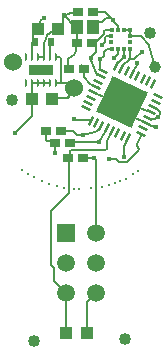
<source format=gtl>
G04*
G04 #@! TF.GenerationSoftware,Altium Limited,Altium Designer,21.7.2 (23)*
G04*
G04 Layer_Physical_Order=1*
G04 Layer_Color=255*
%FSLAX25Y25*%
%MOIN*%
G70*
G04*
G04 #@! TF.SameCoordinates,2A64222C-FEAE-4017-A15E-55E8C78AA572*
G04*
G04*
G04 #@! TF.FilePolarity,Positive*
G04*
G01*
G75*
%ADD17R,0.01181X0.01378*%
%ADD18R,0.01378X0.01181*%
G04:AMPARAMS|DCode=19|XSize=9.84mil|YSize=35.43mil|CornerRadius=0mil|HoleSize=0mil|Usage=FLASHONLY|Rotation=245.000|XOffset=0mil|YOffset=0mil|HoleType=Round|Shape=Round|*
%AMOVALD19*
21,1,0.02559,0.00984,0.00000,0.00000,335.0*
1,1,0.00984,-0.01160,0.00541*
1,1,0.00984,0.01160,-0.00541*
%
%ADD19OVALD19*%

G04:AMPARAMS|DCode=20|XSize=9.84mil|YSize=35.43mil|CornerRadius=0mil|HoleSize=0mil|Usage=FLASHONLY|Rotation=155.000|XOffset=0mil|YOffset=0mil|HoleType=Round|Shape=Round|*
%AMOVALD20*
21,1,0.02559,0.00984,0.00000,0.00000,245.0*
1,1,0.00984,0.00541,0.01160*
1,1,0.00984,-0.00541,-0.01160*
%
%ADD20OVALD20*%

%ADD22R,0.03543X0.02756*%
G04:AMPARAMS|DCode=24|XSize=9.84mil|YSize=25.59mil|CornerRadius=2.46mil|HoleSize=0mil|Usage=FLASHONLY|Rotation=0.000|XOffset=0mil|YOffset=0mil|HoleType=Round|Shape=RoundedRectangle|*
%AMROUNDEDRECTD24*
21,1,0.00984,0.02067,0,0,0.0*
21,1,0.00492,0.02559,0,0,0.0*
1,1,0.00492,0.00246,-0.01034*
1,1,0.00492,-0.00246,-0.01034*
1,1,0.00492,-0.00246,0.01034*
1,1,0.00492,0.00246,0.01034*
%
%ADD24ROUNDEDRECTD24*%
%ADD25R,0.04331X0.03937*%
%ADD26R,0.02362X0.03150*%
%ADD27R,0.04000X0.05000*%
%ADD44C,0.00787*%
%ADD45C,0.00600*%
%ADD46C,0.00600*%
%ADD47P,0.18374X4X200.0*%
%ADD48R,0.07874X0.03543*%
%ADD49C,0.04000*%
%ADD50C,0.03937*%
%ADD51C,0.06000*%
%ADD52C,0.05906*%
%ADD53R,0.05906X0.05906*%
%ADD54C,0.01575*%
D17*
X12241Y13415D02*
D03*
X14209D02*
D03*
X10272D02*
D03*
X16178D02*
D03*
X10272Y19714D02*
D03*
X12241D02*
D03*
X14209D02*
D03*
X16178D02*
D03*
D18*
X10075Y15580D02*
D03*
Y17549D02*
D03*
X16375D02*
D03*
Y15580D02*
D03*
D19*
X19795Y-14984D02*
D03*
X20627Y-13200D02*
D03*
X21459Y-11416D02*
D03*
X22290Y-9632D02*
D03*
X23122Y-7848D02*
D03*
X23954Y-6064D02*
D03*
X24786Y-4280D02*
D03*
X25618Y-2496D02*
D03*
X7421Y5990D02*
D03*
X6589Y4206D02*
D03*
X5757Y2422D02*
D03*
X4925Y638D02*
D03*
X4093Y-1146D02*
D03*
X3261Y-2930D02*
D03*
X2429Y-4714D02*
D03*
X1597Y-6498D02*
D03*
D20*
X24095Y1690D02*
D03*
X22311Y2522D02*
D03*
X20527Y3354D02*
D03*
X18743Y4186D02*
D03*
X16958Y5018D02*
D03*
X15174Y5850D02*
D03*
X13390Y6682D02*
D03*
X11606Y7514D02*
D03*
X3121Y-10684D02*
D03*
X4905Y-11516D02*
D03*
X6689Y-12348D02*
D03*
X8473Y-13180D02*
D03*
X10257Y-14012D02*
D03*
X12041Y-14844D02*
D03*
X13825Y-15676D02*
D03*
X15609Y-16507D02*
D03*
D22*
X-11814Y-13945D02*
D03*
X-6696D02*
D03*
X-8798Y-18124D02*
D03*
X-3680D02*
D03*
X-1416Y15201D02*
D03*
X3702D02*
D03*
X890Y6731D02*
D03*
X-4228D02*
D03*
X-1042Y25504D02*
D03*
X4076D02*
D03*
X-4496Y-22971D02*
D03*
X622D02*
D03*
D24*
X-8394Y2065D02*
D03*
X-10362D02*
D03*
X-12331D02*
D03*
X-14299D02*
D03*
X-16268D02*
D03*
X-18236D02*
D03*
Y10530D02*
D03*
X-16268D02*
D03*
X-14299D02*
D03*
X-12331D02*
D03*
X-10362D02*
D03*
X-8394D02*
D03*
D25*
X-14408Y19975D02*
D03*
X-7715D02*
D03*
X-16341Y-3327D02*
D03*
X-9648D02*
D03*
X1783Y-81237D02*
D03*
X-4910D02*
D03*
D26*
X-15535Y15498D02*
D03*
X-10023D02*
D03*
D27*
X4024Y20560D02*
D03*
X-1276D02*
D03*
D44*
X14825Y-29941D02*
D03*
X12920Y-30758D02*
D03*
X-19841Y-27082D02*
D03*
X18931Y-27488D02*
D03*
X17369Y-28502D02*
D03*
X11164Y-31424D02*
D03*
X9289Y-32029D02*
D03*
X6880Y-32681D02*
D03*
X3391Y-33168D02*
D03*
X-630Y-33373D02*
D03*
X-2476Y-33311D02*
D03*
X-5614Y-32925D02*
D03*
X-7955Y-32446D02*
D03*
X-10589Y-31674D02*
D03*
X-13062Y-30717D02*
D03*
X-15798Y-29516D02*
D03*
X-17877Y-28269D02*
D03*
D45*
X12241Y20941D02*
G03*
X12067Y21363I-600J0D01*
G01*
X22978Y-12165D02*
G03*
X23165Y-12234I298J521D01*
G01*
X22611Y14382D02*
G03*
X22480Y14615I-576J-169D01*
G01*
X17497Y10012D02*
G03*
X17897Y10164I-1J600D01*
G01*
X18554Y8191D02*
G03*
X18492Y8096I470J-374D01*
G01*
X18554Y8191D02*
G03*
X18679Y8640I-470J374D01*
G01*
X-1626Y12726D02*
G03*
X-1567Y12986I-541J260D01*
G01*
X-2544Y11141D02*
G03*
X-2250Y11428I-247J547D01*
G01*
X-4174Y10407D02*
G03*
X-4528Y9860I247J-547D01*
G01*
X-3315Y25364D02*
G03*
X-3517Y25329I0J-600D01*
G01*
X16076Y10285D02*
G03*
X16194Y10728I-477J364D01*
G01*
X16065Y10271D02*
G03*
X15954Y10019I478J-362D01*
G01*
X15789Y9706D02*
G03*
X15954Y10019I-425J424D01*
G01*
X4577Y-14391D02*
G03*
X4714Y-14333I-162J578D01*
G01*
X14475Y-18738D02*
G03*
X14400Y-19023I525J-291D01*
G01*
X18612Y-18383D02*
G03*
X18640Y-18943I544J-254D01*
G01*
X-10137Y18829D02*
G03*
X-10530Y18682I0J-600D01*
G01*
X-11369Y17954D02*
G03*
X-11539Y17709I393J-453D01*
G01*
X-12203Y15887D02*
G03*
X-12239Y15682I564J-206D01*
G01*
X10480Y22951D02*
X10761Y22669D01*
X12067Y21363D01*
X12241Y19714D02*
Y20941D01*
X-13572Y20811D02*
Y22492D01*
X-14408Y19975D02*
X-13572Y20811D01*
Y22492D02*
X-12489Y23575D01*
Y23575D01*
X22618Y-11957D02*
X22978Y-12165D01*
X23165Y-12234D02*
X24962Y-12573D01*
X22478Y14618D02*
X22480Y14615D01*
X22611Y14382D02*
X24671Y7347D01*
X19803Y17549D02*
X22478Y14618D01*
X16064Y10018D02*
X16074Y10018D01*
X17497Y10012D01*
X15954Y10019D02*
X16064Y10018D01*
X17897Y10164D02*
X20353Y12361D01*
X18670Y8714D02*
X18679Y8640D01*
X17499Y6177D02*
X18490Y8093D01*
X18492Y8096D01*
X3069Y10422D02*
X4799Y12152D01*
X2861Y10214D02*
X3277D01*
X2861D02*
X5429Y4747D01*
X-2604Y21270D02*
X-1062D01*
X-1388Y16279D02*
Y18360D01*
X-1276Y20560D01*
X-1416Y15201D02*
X-1388Y16279D01*
X-2250Y11428D02*
X-1626Y12726D01*
X-4174Y10407D02*
X-2544Y11141D01*
X-1567Y14123D02*
X-1416Y15201D01*
X-1567Y12986D02*
Y14123D01*
X-4528Y7809D02*
Y9860D01*
Y7809D02*
X-4228Y6731D01*
X5210Y15866D02*
X7513Y18168D01*
X1046Y3907D02*
Y5653D01*
X890Y6731D02*
X1046Y5653D01*
X-8394Y2065D02*
X-6890D01*
X-7242Y10530D02*
X-6890Y10178D01*
X-8394Y10530D02*
X-7242D01*
X-6890Y2065D02*
Y10178D01*
Y2065D02*
X-3450D01*
X6911Y22265D02*
X8204Y23557D01*
X5310Y21564D02*
X6010Y22265D01*
X6911D01*
X-3517Y25329D02*
X-3517Y25329D01*
X-6139Y24443D02*
X-3421Y25414D01*
X-3315Y25364D02*
X-3315Y25364D01*
X-2513D01*
X-1042Y25504D01*
X-5149Y23815D02*
X-2604Y21270D01*
X4799Y12152D02*
Y15507D01*
X7513Y18168D02*
Y19250D01*
X8645Y-17468D02*
X10257Y-14012D01*
X7932Y-20456D02*
X8568Y-19983D01*
X8645Y-17468D01*
X16958Y5018D02*
X17499Y6177D01*
X16076Y10285D02*
Y10285D01*
X16065Y10271D02*
X16076Y10285D01*
X15954Y10019D02*
Y10019D01*
X13931Y7841D02*
X15789Y9706D01*
X16194Y10728D02*
Y13026D01*
X16178Y13415D02*
X16194Y13026D01*
X13390Y6682D02*
X13931Y7841D01*
X11606Y7514D02*
X12147Y8673D01*
X14306Y10648D01*
X14258Y10697D02*
Y13366D01*
Y10697D02*
X14306Y10648D01*
X14209Y13415D02*
X14258Y13366D01*
X11028Y10284D02*
X12241Y11497D01*
Y13415D01*
X6261Y6531D02*
X7421Y5990D01*
X6240Y7954D02*
X6261Y6531D01*
X5429Y4747D02*
X6589Y4206D01*
X2935Y1745D02*
X3765Y1179D01*
X4925Y638D01*
X487Y-15521D02*
X4577Y-14391D01*
X4714Y-14333D02*
X6148Y-13508D01*
X6689Y-12348D01*
X7932Y-14339D02*
X8473Y-13180D01*
X6033Y-17872D02*
X7932Y-14339D01*
X14345Y-22668D02*
X14400Y-19023D01*
X14344Y-22711D02*
X14345Y-22668D01*
X14475Y-18738D02*
X15068Y-17667D01*
X15609Y-16507D01*
X21459Y-11416D02*
X22618Y-11957D01*
X25792Y-9050D02*
Y-8997D01*
X26087Y-7256D02*
X26392Y-7561D01*
Y-8398D02*
Y-7561D01*
X25114Y-6604D02*
X26087Y-7256D01*
X25792Y-8997D02*
X26392Y-8398D01*
X24744Y-10099D02*
X25792Y-9050D01*
X22758Y-10099D02*
X24744D01*
X22290Y-9632D02*
X22758Y-10099D01*
X18858Y-20803D02*
X19383Y-20211D01*
X18640Y-18943D02*
X19383Y-20211D01*
X18612Y-18383D02*
X20125Y-15138D01*
X19795Y-14984D02*
X20125Y-15138D01*
X19639Y-6224D02*
X21963Y-7307D01*
X13608Y-4497D02*
X19639Y-6224D01*
X21963Y-7307D02*
X23122Y-7848D01*
X13608Y-4497D02*
X17975Y-9792D01*
X20299Y-10875D02*
X21459Y-11416D01*
X17975Y-9792D02*
X20299Y-10875D01*
X23954Y-6064D02*
X25114Y-6604D01*
X-3751Y-22971D02*
Y-20807D01*
X-3680Y-18124D02*
X-3428Y-17872D01*
X6033D01*
X-1885Y-10548D02*
X3108D01*
X4093Y-1146D02*
X5253Y-1687D01*
X7576Y-2770D01*
X13608Y-4497D01*
X1117Y7216D02*
X2110D01*
X39Y7835D02*
X308Y7681D01*
X1117Y7216D01*
X1046Y3907D02*
X2935Y1745D01*
X-3637Y-2071D02*
X-1476Y90D01*
X7461Y12335D02*
X8495Y13369D01*
X6240Y7954D02*
Y9869D01*
X7461Y11089D01*
Y12335D01*
X-1575Y190D02*
X-1376D01*
X-3731Y224D02*
X-2544D01*
X-1476Y90D02*
X-1386Y0D01*
X-1575Y190D02*
X-1476Y90D01*
X-3450Y2065D02*
X-1575Y190D01*
X-1476Y90D02*
X-1376Y190D01*
X-4480Y-2914D02*
X-3637Y-2071D01*
X-4694Y-3104D02*
X-3649Y-2059D01*
X16213Y17839D02*
X16375Y17549D01*
X16213Y17839D02*
Y19325D01*
X16178Y19714D02*
X16213Y19325D01*
X14209Y19714D02*
X16178D01*
X8204Y23557D02*
X10089D01*
X4173Y25747D02*
X7899D01*
X10089Y23557D01*
X10588Y23058D01*
X-7715Y19975D02*
X-6139Y21552D01*
Y24443D01*
X-10137Y18829D02*
X-9581D01*
X-11369Y17954D02*
X-10530Y18682D01*
X-11539Y17706D02*
X-11539Y17709D01*
X-12203Y15887D02*
X-11539Y17706D01*
X-12239Y15682D02*
Y15682D01*
Y11509D02*
Y15682D01*
X-9581Y18829D02*
X-7715Y19975D01*
X-12331Y10530D02*
X-12239Y11509D01*
X-16341Y-9027D02*
Y-3327D01*
X-22023Y-14710D02*
X-16341Y-9027D01*
X-5511Y23815D02*
X-5149D01*
X-6139Y24443D02*
X-5511Y23815D01*
X-4496Y-22971D02*
X-3997Y-23470D01*
Y-34847D02*
Y-23470D01*
X-10015Y-40865D02*
X-3997Y-34847D01*
X-10015Y-58591D02*
Y-40865D01*
X-3399Y-20456D02*
X7932D01*
X5452Y572D02*
X5453Y571D01*
X6204Y143D01*
X15263Y-24399D02*
X18858Y-20803D01*
X622Y-22971D02*
X698Y-22894D01*
X4264D01*
X9172Y-23252D02*
X11510D01*
X12657Y-24399D01*
X6780Y14629D02*
X7885Y15735D01*
X6780Y14453D02*
Y14629D01*
X7885Y15735D02*
Y17045D01*
X-14299Y10530D02*
X-12331D01*
X-14299D02*
X-14107Y10722D01*
X-16071Y15473D02*
Y19913D01*
X-15827Y20156D01*
X-10559Y15473D02*
X-10362Y15276D01*
Y10530D02*
Y15276D01*
X-16268D02*
X-16071Y15473D01*
X-16268Y10530D02*
Y15276D01*
X-12331Y2065D02*
X-10362D01*
X-14299D02*
X-12331D01*
X-16268D02*
X-14299D01*
X-16268Y-3254D02*
Y2065D01*
X-16341Y-3327D02*
X-16268Y-3254D01*
X-9425Y-3104D02*
X-4694D01*
X-9648Y-3327D02*
X-9425Y-3104D01*
X-11463Y-17518D02*
X-9404D01*
X-11814Y-17166D02*
X-11463Y-17518D01*
X-9404D02*
X-8798Y-18124D01*
X-11814Y-17166D02*
Y-13945D01*
X-6696D02*
X-6508Y-14133D01*
X-2875D01*
X-1487Y-15521D01*
X487D01*
X-2290Y-10143D02*
X-1885Y-10548D01*
X12657Y-24399D02*
X15263D01*
X-8839Y-18164D02*
X-8798Y-18124D01*
X-8839Y-21425D02*
Y-18164D01*
X4264Y-23158D02*
X4778Y-23672D01*
Y-47935D02*
Y-23672D01*
X4264Y-23158D02*
Y-22894D01*
X-3751Y-20807D02*
X-3399Y-20456D01*
X-10015Y-58591D02*
X-9029Y-59576D01*
Y-64128D02*
X-5222Y-67935D01*
X-9029Y-64128D02*
Y-59576D01*
X1783Y-81237D02*
Y-70930D01*
X4778Y-67935D01*
X-5222Y-80925D02*
X-4910Y-81237D01*
X-5222Y-80925D02*
Y-67935D01*
X8495Y13369D02*
X10226D01*
X8388Y17549D02*
X10075D01*
X7885Y17045D02*
X8388Y17549D01*
X7513Y19250D02*
X7978Y19714D01*
X10226Y13369D02*
X10272Y13415D01*
X16375Y17549D02*
X19803D01*
X7978Y19714D02*
X10272D01*
D46*
X-3517Y25329D02*
D03*
D47*
X13608Y-4497D02*
D03*
D48*
X-13315Y6297D02*
D03*
D49*
X22832Y18474D02*
D03*
X-23224Y-3781D02*
D03*
X14565Y-83350D02*
D03*
X-15874Y-83899D02*
D03*
D50*
X24671Y7347D02*
D03*
D51*
X-2345Y224D02*
D03*
X-22735Y8809D02*
D03*
D52*
X4778Y-67935D02*
D03*
X-5222D02*
D03*
X4778Y-57935D02*
D03*
X-5222D02*
D03*
X4778Y-47935D02*
D03*
D53*
X-5222D02*
D03*
D54*
X-12489Y23575D02*
D03*
X24962Y-12573D02*
D03*
X-5688Y24549D02*
D03*
X20353Y12361D02*
D03*
X18670Y8714D02*
D03*
X3277Y10214D02*
D03*
X14306Y10648D02*
D03*
X11028Y10284D02*
D03*
X25632Y-9237D02*
D03*
X6033Y-17872D02*
D03*
X6240Y9869D02*
D03*
X10588Y23058D02*
D03*
X-22023Y-14710D02*
D03*
X14344Y-22711D02*
D03*
X4264Y-22894D02*
D03*
X-2290Y-10143D02*
D03*
X9172Y-23252D02*
D03*
X6780Y14453D02*
D03*
X487Y-15521D02*
D03*
X-8839Y-21425D02*
D03*
M02*

</source>
